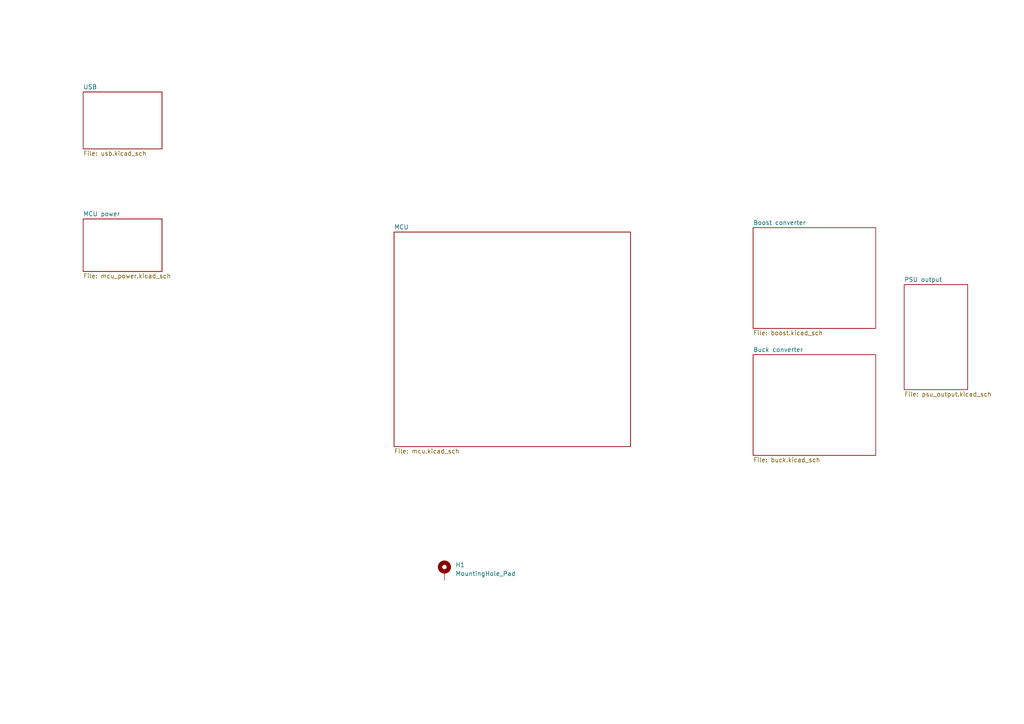
<source format=kicad_sch>
(kicad_sch (version 20230121) (generator eeschema)

  (uuid d5b73f8c-f0eb-4ae0-ba22-98374b82b159)

  (paper "A4")

  (lib_symbols
    (symbol "Mechanical:MountingHole_Pad" (pin_numbers hide) (pin_names (offset 1.016) hide) (in_bom yes) (on_board yes)
      (property "Reference" "H" (at 0 6.35 0)
        (effects (font (size 1.27 1.27)))
      )
      (property "Value" "MountingHole_Pad" (at 0 4.445 0)
        (effects (font (size 1.27 1.27)))
      )
      (property "Footprint" "" (at 0 0 0)
        (effects (font (size 1.27 1.27)) hide)
      )
      (property "Datasheet" "~" (at 0 0 0)
        (effects (font (size 1.27 1.27)) hide)
      )
      (property "ki_keywords" "mounting hole" (at 0 0 0)
        (effects (font (size 1.27 1.27)) hide)
      )
      (property "ki_description" "Mounting Hole with connection" (at 0 0 0)
        (effects (font (size 1.27 1.27)) hide)
      )
      (property "ki_fp_filters" "MountingHole*Pad*" (at 0 0 0)
        (effects (font (size 1.27 1.27)) hide)
      )
      (symbol "MountingHole_Pad_0_1"
        (circle (center 0 1.27) (radius 1.27)
          (stroke (width 1.27) (type default))
          (fill (type none))
        )
      )
      (symbol "MountingHole_Pad_1_1"
        (pin input line (at 0 -2.54 90) (length 2.54)
          (name "1" (effects (font (size 1.27 1.27))))
          (number "1" (effects (font (size 1.27 1.27))))
        )
      )
    )
  )


  (symbol (lib_id "Mechanical:MountingHole_Pad") (at 128.905 165.735 0) (unit 1)
    (in_bom yes) (on_board yes) (dnp no) (fields_autoplaced)
    (uuid 332fcbcb-d8f1-4611-887c-788895a9d972)
    (property "Reference" "H1" (at 132.08 163.83 0)
      (effects (font (size 1.27 1.27)) (justify left))
    )
    (property "Value" "MountingHole_Pad" (at 132.08 166.37 0)
      (effects (font (size 1.27 1.27)) (justify left))
    )
    (property "Footprint" "MountingHole:MountingHole_2.2mm_M2_Pad" (at 128.905 165.735 0)
      (effects (font (size 1.27 1.27)) hide)
    )
    (property "Datasheet" "~" (at 128.905 165.735 0)
      (effects (font (size 1.27 1.27)) hide)
    )
    (pin "1" (uuid 87414a36-239a-4c5b-b2a7-318473bd03fa))
    (instances
      (project "stm32_dev"
        (path "/d5b73f8c-f0eb-4ae0-ba22-98374b82b159/ece7de80-be7a-4c1e-a0cd-dc2f22f593c7"
          (reference "H1") (unit 1)
        )
        (path "/d5b73f8c-f0eb-4ae0-ba22-98374b82b159"
          (reference "H1") (unit 1)
        )
      )
    )
  )

  (sheet (at 218.44 66.04) (size 35.56 29.21) (fields_autoplaced)
    (stroke (width 0.1524) (type solid))
    (fill (color 0 0 0 0.0000))
    (uuid 3fea2d9c-a85b-42bc-a48d-88768958759d)
    (property "Sheetname" "Boost converter" (at 218.44 65.3284 0)
      (effects (font (size 1.27 1.27)) (justify left bottom))
    )
    (property "Sheetfile" "boost.kicad_sch" (at 218.44 95.8346 0)
      (effects (font (size 1.27 1.27)) (justify left top))
    )
    (instances
      (project "stm32_dev"
        (path "/d5b73f8c-f0eb-4ae0-ba22-98374b82b159" (page "4"))
      )
    )
  )

  (sheet (at 24.13 26.67) (size 22.86 16.51) (fields_autoplaced)
    (stroke (width 0.1524) (type solid))
    (fill (color 0 0 0 0.0000))
    (uuid 5d8fe415-6b75-426f-9118-96631c2cb030)
    (property "Sheetname" "USB" (at 24.13 25.9584 0)
      (effects (font (size 1.27 1.27)) (justify left bottom))
    )
    (property "Sheetfile" "usb.kicad_sch" (at 24.13 43.7646 0)
      (effects (font (size 1.27 1.27)) (justify left top))
    )
    (instances
      (project "stm32_dev"
        (path "/d5b73f8c-f0eb-4ae0-ba22-98374b82b159" (page "5"))
      )
    )
  )

  (sheet (at 218.44 102.87) (size 35.56 29.21) (fields_autoplaced)
    (stroke (width 0.1524) (type solid))
    (fill (color 0 0 0 0.0000))
    (uuid 95d3b229-7379-4637-b7db-71715b8a5130)
    (property "Sheetname" "Buck converter" (at 218.44 102.1584 0)
      (effects (font (size 1.27 1.27)) (justify left bottom))
    )
    (property "Sheetfile" "buck.kicad_sch" (at 218.44 132.6646 0)
      (effects (font (size 1.27 1.27)) (justify left top))
    )
    (instances
      (project "stm32_dev"
        (path "/d5b73f8c-f0eb-4ae0-ba22-98374b82b159" (page "3"))
      )
    )
  )

  (sheet (at 114.3 67.31) (size 68.58 62.23) (fields_autoplaced)
    (stroke (width 0.1524) (type solid))
    (fill (color 0 0 0 0.0000))
    (uuid b815c862-4aab-4900-94cb-ab31e001f0cf)
    (property "Sheetname" "MCU" (at 114.3 66.5984 0)
      (effects (font (size 1.27 1.27)) (justify left bottom))
    )
    (property "Sheetfile" "mcu.kicad_sch" (at 114.3 130.1246 0)
      (effects (font (size 1.27 1.27)) (justify left top))
    )
    (instances
      (project "stm32_dev"
        (path "/d5b73f8c-f0eb-4ae0-ba22-98374b82b159" (page "2"))
      )
    )
  )

  (sheet (at 24.13 63.5) (size 22.86 15.24) (fields_autoplaced)
    (stroke (width 0.1524) (type solid))
    (fill (color 0 0 0 0.0000))
    (uuid bb99988a-cbfc-4599-a22f-fa4d396c89f0)
    (property "Sheetname" "MCU power" (at 24.13 62.7884 0)
      (effects (font (size 1.27 1.27)) (justify left bottom))
    )
    (property "Sheetfile" "mcu_power.kicad_sch" (at 24.13 79.3246 0)
      (effects (font (size 1.27 1.27)) (justify left top))
    )
    (instances
      (project "stm32_dev"
        (path "/d5b73f8c-f0eb-4ae0-ba22-98374b82b159" (page "6"))
      )
    )
  )

  (sheet (at 262.255 82.55) (size 18.415 30.48) (fields_autoplaced)
    (stroke (width 0.1524) (type solid))
    (fill (color 0 0 0 0.0000))
    (uuid ece7de80-be7a-4c1e-a0cd-dc2f22f593c7)
    (property "Sheetname" "PSU output" (at 262.255 81.8384 0)
      (effects (font (size 1.27 1.27)) (justify left bottom))
    )
    (property "Sheetfile" "psu_output.kicad_sch" (at 262.255 113.6146 0)
      (effects (font (size 1.27 1.27)) (justify left top))
    )
    (instances
      (project "stm32_dev"
        (path "/d5b73f8c-f0eb-4ae0-ba22-98374b82b159" (page "7"))
      )
    )
  )

  (sheet_instances
    (path "/" (page "1"))
  )
)

</source>
